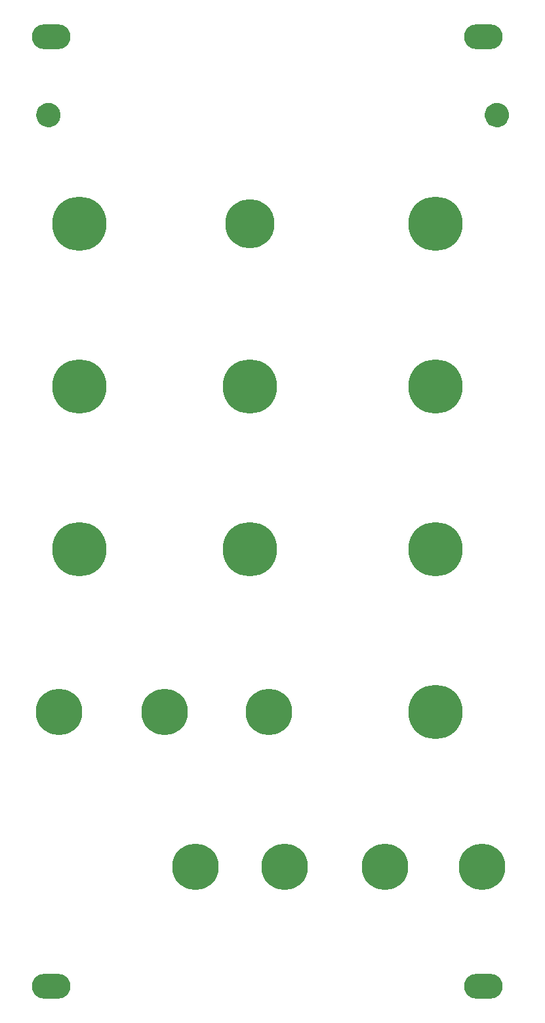
<source format=gbr>
%TF.GenerationSoftware,KiCad,Pcbnew,7.0.9*%
%TF.CreationDate,2024-02-02T16:32:34+00:00*%
%TF.ProjectId,QuadMod_Panel,51756164-4d6f-4645-9f50-616e656c2e6b,rev?*%
%TF.SameCoordinates,Original*%
%TF.FileFunction,Soldermask,Bot*%
%TF.FilePolarity,Negative*%
%FSLAX46Y46*%
G04 Gerber Fmt 4.6, Leading zero omitted, Abs format (unit mm)*
G04 Created by KiCad (PCBNEW 7.0.9) date 2024-02-02 16:32:34*
%MOMM*%
%LPD*%
G01*
G04 APERTURE LIST*
%ADD10C,7.000000*%
%ADD11O,5.000000X3.200000*%
%ADD12C,6.000000*%
%ADD13C,6.350000*%
G04 APERTURE END LIST*
D10*
%TO.C,MIX*%
X157000000Y-131000000D03*
%TD*%
D11*
%TO.C,Ref\u002A\u002A*%
X107400000Y-43900000D03*
%TD*%
%TO.C,Ref\u002A\u002A*%
X163200000Y-166400000D03*
%TD*%
D10*
%TO.C,MIX*%
X157000000Y-110000000D03*
%TD*%
D12*
%TO.C,Ref\u002A\u002A*%
X137500000Y-151000000D03*
%TD*%
D11*
%TO.C,Ref\u002A\u002A*%
X107400000Y-166400000D03*
%TD*%
D12*
%TO.C,Ref\u002A\u002A*%
X163000000Y-151000000D03*
%TD*%
D10*
%TO.C,MIX*%
X157000000Y-89000000D03*
%TD*%
D12*
%TO.C,Ref\u002A\u002A*%
X122000000Y-131000000D03*
%TD*%
D10*
%TO.C,MIX*%
X133000000Y-89000000D03*
%TD*%
%TO.C,MIX*%
X111000000Y-89000000D03*
%TD*%
%TO.C,MIX*%
X111000000Y-110000000D03*
%TD*%
%TO.C,MIX*%
X157000000Y-68000000D03*
%TD*%
D13*
%TO.C,TYPE*%
X133000000Y-68000000D03*
%TD*%
D12*
%TO.C,Ref\u002A\u002A*%
X126000000Y-151000000D03*
%TD*%
%TO.C,Ref\u002A\u002A*%
X150500000Y-151000000D03*
%TD*%
D10*
%TO.C,MIX*%
X111000000Y-68000000D03*
%TD*%
%TO.C,MIX*%
X133000000Y-110000000D03*
%TD*%
D11*
%TO.C,Ref\u002A\u002A*%
X163200000Y-43900000D03*
%TD*%
D12*
%TO.C,Ref\u002A\u002A*%
X108400000Y-131000000D03*
%TD*%
%TO.C,Ref\u002A\u002A*%
X135500000Y-131000000D03*
%TD*%
G36*
X165193472Y-52447468D02*
G01*
X165198541Y-52448071D01*
X165225510Y-52452414D01*
X165230333Y-52453388D01*
X165414642Y-52498298D01*
X165433313Y-52504452D01*
X165601377Y-52575057D01*
X165618842Y-52584084D01*
X165773904Y-52680531D01*
X165789261Y-52691806D01*
X166007502Y-52879476D01*
X166020552Y-52892508D01*
X166208717Y-53110674D01*
X166220054Y-53126077D01*
X166316881Y-53281445D01*
X166325981Y-53299036D01*
X166396602Y-53467278D01*
X166402784Y-53486093D01*
X166447469Y-53670662D01*
X166448442Y-53675524D01*
X166452489Y-53700995D01*
X166453075Y-53705983D01*
X166474857Y-53989856D01*
X166474768Y-54009922D01*
X166451072Y-54286620D01*
X166448015Y-54305329D01*
X166405876Y-54478683D01*
X166400424Y-54495677D01*
X166333620Y-54661723D01*
X166325784Y-54677757D01*
X166232473Y-54838279D01*
X166230091Y-54842057D01*
X166201688Y-54883701D01*
X166198002Y-54888572D01*
X166019471Y-55101791D01*
X166002052Y-55118859D01*
X165791969Y-55287608D01*
X165772554Y-55300406D01*
X165532958Y-55427871D01*
X165512585Y-55436476D01*
X165245671Y-55522072D01*
X165240329Y-55523526D01*
X165198894Y-55532837D01*
X165194245Y-55533697D01*
X165009122Y-55560693D01*
X164990281Y-55561987D01*
X164810310Y-55560611D01*
X164791491Y-55559029D01*
X164613848Y-55530344D01*
X164595428Y-55525903D01*
X164326885Y-55438977D01*
X164309299Y-55431753D01*
X164050841Y-55301593D01*
X164046684Y-55299296D01*
X164040545Y-55295590D01*
X164036358Y-55292826D01*
X163879562Y-55179931D01*
X163864319Y-55166965D01*
X163733067Y-55035662D01*
X163720108Y-55020414D01*
X163607287Y-54863595D01*
X163604527Y-54859411D01*
X163601492Y-54854381D01*
X163599202Y-54850235D01*
X163468852Y-54591346D01*
X163461653Y-54573832D01*
X163374425Y-54304846D01*
X163369993Y-54286542D01*
X163340975Y-54108489D01*
X163339367Y-54089825D01*
X163337502Y-53909385D01*
X163338723Y-53890692D01*
X163365052Y-53705044D01*
X163365885Y-53700432D01*
X163374795Y-53659915D01*
X163376248Y-53654491D01*
X163461084Y-53386902D01*
X163469765Y-53366230D01*
X163597157Y-53126286D01*
X163610165Y-53106579D01*
X163779457Y-52896713D01*
X163796884Y-52879061D01*
X164011300Y-52701511D01*
X164016277Y-52697793D01*
X164057313Y-52670231D01*
X164062927Y-52666876D01*
X164309123Y-52536824D01*
X164333361Y-52527129D01*
X164593231Y-52453787D01*
X164616099Y-52449597D01*
X164889935Y-52425628D01*
X164910327Y-52425527D01*
X165193472Y-52447468D01*
G37*
G36*
X107293472Y-52447468D02*
G01*
X107298541Y-52448071D01*
X107325510Y-52452414D01*
X107330333Y-52453388D01*
X107514642Y-52498298D01*
X107533313Y-52504452D01*
X107701377Y-52575057D01*
X107718842Y-52584084D01*
X107873904Y-52680531D01*
X107889261Y-52691806D01*
X108107502Y-52879476D01*
X108120552Y-52892508D01*
X108308717Y-53110674D01*
X108320054Y-53126077D01*
X108416881Y-53281445D01*
X108425981Y-53299036D01*
X108496602Y-53467278D01*
X108502784Y-53486093D01*
X108547469Y-53670662D01*
X108548442Y-53675524D01*
X108552489Y-53700995D01*
X108553075Y-53705983D01*
X108574857Y-53989856D01*
X108574768Y-54009922D01*
X108551072Y-54286620D01*
X108548015Y-54305329D01*
X108505876Y-54478683D01*
X108500424Y-54495677D01*
X108433620Y-54661723D01*
X108425784Y-54677757D01*
X108332473Y-54838279D01*
X108330091Y-54842057D01*
X108301688Y-54883701D01*
X108298002Y-54888572D01*
X108119471Y-55101791D01*
X108102052Y-55118859D01*
X107891969Y-55287608D01*
X107872554Y-55300406D01*
X107632958Y-55427871D01*
X107612585Y-55436476D01*
X107345671Y-55522072D01*
X107340329Y-55523526D01*
X107298894Y-55532837D01*
X107294245Y-55533697D01*
X107109122Y-55560693D01*
X107090281Y-55561987D01*
X106910310Y-55560611D01*
X106891491Y-55559029D01*
X106713851Y-55530345D01*
X106695431Y-55525904D01*
X106426885Y-55438977D01*
X106409299Y-55431753D01*
X106150841Y-55301593D01*
X106146684Y-55299296D01*
X106140545Y-55295590D01*
X106136358Y-55292826D01*
X105979562Y-55179931D01*
X105964319Y-55166965D01*
X105833067Y-55035662D01*
X105820107Y-55020414D01*
X105707298Y-54863609D01*
X105704561Y-54859462D01*
X105701524Y-54854437D01*
X105699212Y-54850254D01*
X105568852Y-54591346D01*
X105561653Y-54573832D01*
X105474425Y-54304846D01*
X105469993Y-54286542D01*
X105440975Y-54108489D01*
X105439367Y-54089825D01*
X105437502Y-53909385D01*
X105438723Y-53890692D01*
X105465052Y-53705044D01*
X105465885Y-53700432D01*
X105474795Y-53659915D01*
X105476248Y-53654491D01*
X105561084Y-53386902D01*
X105569765Y-53366230D01*
X105697157Y-53126286D01*
X105710165Y-53106579D01*
X105879457Y-52896713D01*
X105896884Y-52879061D01*
X106111300Y-52701511D01*
X106116277Y-52697793D01*
X106157313Y-52670231D01*
X106162927Y-52666876D01*
X106409123Y-52536824D01*
X106433361Y-52527129D01*
X106693231Y-52453787D01*
X106716099Y-52449597D01*
X106989935Y-52425628D01*
X107010327Y-52425527D01*
X107293472Y-52447468D01*
G37*
M02*

</source>
